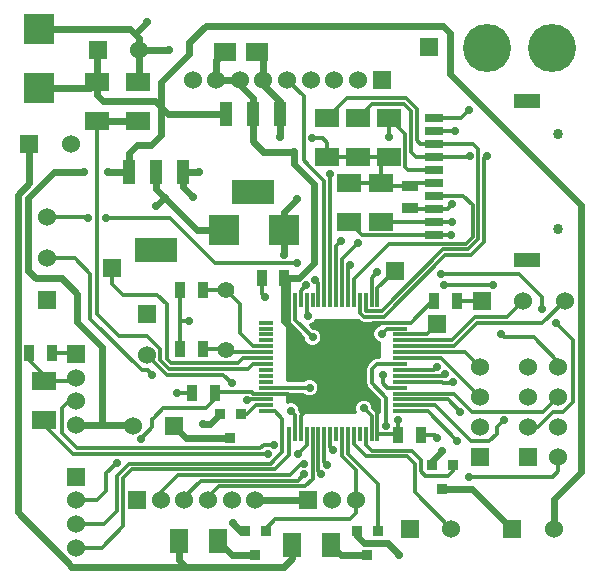
<source format=gtl>
G04 (created by PCBNEW (2013-may-18)-stable) date Пт 20 фев 2015 21:26:52*
%MOIN*%
G04 Gerber Fmt 3.4, Leading zero omitted, Abs format*
%FSLAX34Y34*%
G01*
G70*
G90*
G04 APERTURE LIST*
%ADD10C,0.00590551*%
%ADD11R,0.06X0.06*%
%ADD12C,0.06*%
%ADD13R,0.036X0.036*%
%ADD14R,0.144X0.08*%
%ADD15R,0.04X0.08*%
%ADD16R,0.08X0.06*%
%ADD17R,0.06X0.08*%
%ADD18R,0.035X0.055*%
%ADD19R,0.055X0.035*%
%ADD20R,0.062X0.026*%
%ADD21C,0.034*%
%ADD22R,0.086X0.046*%
%ADD23C,0.056*%
%ADD24R,0.0472X0.0118*%
%ADD25R,0.0118X0.0472*%
%ADD26R,0.1004X0.0984*%
%ADD27R,0.0984X0.1004*%
%ADD28R,0.0768X0.0591*%
%ADD29C,0.16*%
%ADD30C,0.0275591*%
%ADD31C,0.023622*%
%ADD32C,0.011811*%
G04 APERTURE END LIST*
G54D10*
G54D11*
X26299Y-30433D03*
G54D12*
X26299Y-29055D03*
X26299Y-27677D03*
G54D11*
X40787Y-30472D03*
G54D12*
X42165Y-30472D03*
X43543Y-30472D03*
G54D11*
X38377Y-38070D03*
G54D12*
X39755Y-38070D03*
G54D11*
X29606Y-30896D03*
G54D12*
X29606Y-32274D03*
G54D11*
X27983Y-22125D03*
G54D12*
X29361Y-22125D03*
G54D11*
X30520Y-34645D03*
G54D12*
X29142Y-34645D03*
G54D11*
X25700Y-25236D03*
G54D12*
X27077Y-25236D03*
G54D13*
X32051Y-34245D03*
X32751Y-34245D03*
X32401Y-35045D03*
X36618Y-38143D03*
X37318Y-38143D03*
X36968Y-38943D03*
X32878Y-38143D03*
X33578Y-38143D03*
X33228Y-38943D03*
G54D14*
X33149Y-26851D03*
G54D15*
X33149Y-24251D03*
X32249Y-24251D03*
X34049Y-24251D03*
G54D14*
X29921Y-28780D03*
G54D15*
X29921Y-26180D03*
X29021Y-26180D03*
X30821Y-26180D03*
G54D16*
X26181Y-34429D03*
X26181Y-33129D03*
X36358Y-26535D03*
X36358Y-27835D03*
X35629Y-25669D03*
X35629Y-24369D03*
X36653Y-25669D03*
X36653Y-24369D03*
X37696Y-25669D03*
X37696Y-24369D03*
X37421Y-26535D03*
X37421Y-27835D03*
X29330Y-24468D03*
X29330Y-23168D03*
G54D17*
X30688Y-38464D03*
X31988Y-38464D03*
X34468Y-38622D03*
X35768Y-38622D03*
G54D16*
X27952Y-23168D03*
X27952Y-24468D03*
G54D18*
X31477Y-32086D03*
X30727Y-32086D03*
X25687Y-32204D03*
X26437Y-32204D03*
X31477Y-30118D03*
X30727Y-30118D03*
X34193Y-29724D03*
X33443Y-29724D03*
X31871Y-33543D03*
X31121Y-33543D03*
X39191Y-30472D03*
X39941Y-30472D03*
G54D19*
X38385Y-26632D03*
X38385Y-27382D03*
G54D18*
X37991Y-34960D03*
X38741Y-34960D03*
G54D11*
X42334Y-35673D03*
G54D12*
X43334Y-35673D03*
X42334Y-34673D03*
X43334Y-34673D03*
X42334Y-33673D03*
X43334Y-33673D03*
X42334Y-32673D03*
X43334Y-32673D03*
G54D11*
X40708Y-35673D03*
G54D12*
X40708Y-34673D03*
X40708Y-33673D03*
X40708Y-32673D03*
G54D11*
X39291Y-31259D03*
X39015Y-22007D03*
X28464Y-29370D03*
X37874Y-29468D03*
X37440Y-23110D03*
G54D12*
X36653Y-23110D03*
X35866Y-23110D03*
X35078Y-23110D03*
X34291Y-23110D03*
X33503Y-23110D03*
X32716Y-23110D03*
X31929Y-23110D03*
X31141Y-23110D03*
G54D11*
X29291Y-37125D03*
G54D12*
X30078Y-37125D03*
X30866Y-37125D03*
X31653Y-37125D03*
X32440Y-37125D03*
X33228Y-37125D03*
G54D11*
X27244Y-32244D03*
G54D12*
X27244Y-33031D03*
X27244Y-33818D03*
X27244Y-34606D03*
G54D11*
X35000Y-37125D03*
G54D12*
X35787Y-37125D03*
X36574Y-37125D03*
G54D20*
X39192Y-24372D03*
X39192Y-25242D03*
X39192Y-25672D03*
X39192Y-26102D03*
X39192Y-26542D03*
X39192Y-26972D03*
X39192Y-27402D03*
X39192Y-27842D03*
X39192Y-28272D03*
X39192Y-24816D03*
G54D21*
X43332Y-28072D03*
X43332Y-24922D03*
G54D22*
X42292Y-23822D03*
X42292Y-29122D03*
G54D23*
X32244Y-32102D03*
X32244Y-30102D03*
G54D24*
X33582Y-31201D03*
X33582Y-31398D03*
X33582Y-31595D03*
X33582Y-31792D03*
X33582Y-31989D03*
X33582Y-32185D03*
X33582Y-32382D03*
X33582Y-32579D03*
X33582Y-32775D03*
X33582Y-32972D03*
X33582Y-33169D03*
X33582Y-33365D03*
X33582Y-33562D03*
X33582Y-33759D03*
X33582Y-33956D03*
X33582Y-34153D03*
G54D25*
X34350Y-34921D03*
X34547Y-34921D03*
X34744Y-34921D03*
X34941Y-34921D03*
X35138Y-34921D03*
X35334Y-34921D03*
X35531Y-34921D03*
X35728Y-34921D03*
X35924Y-34921D03*
X36121Y-34921D03*
X36318Y-34921D03*
X36514Y-34921D03*
X36711Y-34921D03*
X36908Y-34921D03*
X37105Y-34921D03*
X37302Y-34921D03*
G54D24*
X38070Y-34153D03*
X38070Y-33956D03*
X38070Y-33759D03*
X38070Y-33562D03*
X38070Y-33365D03*
X38070Y-33169D03*
X38070Y-32972D03*
X38070Y-32775D03*
X38070Y-32579D03*
X38070Y-32382D03*
X38070Y-32185D03*
X38070Y-31989D03*
X38070Y-31792D03*
X38070Y-31595D03*
X38070Y-31398D03*
X38070Y-31201D03*
G54D25*
X37302Y-30433D03*
X37105Y-30433D03*
X36908Y-30433D03*
X36711Y-30433D03*
X36514Y-30433D03*
X36318Y-30433D03*
X36121Y-30433D03*
X35924Y-30433D03*
X35728Y-30433D03*
X35531Y-30433D03*
X35334Y-30433D03*
X35138Y-30433D03*
X34941Y-30433D03*
X34744Y-30433D03*
X34547Y-30433D03*
X34350Y-30433D03*
G54D26*
X32194Y-28110D03*
X34182Y-28110D03*
G54D27*
X26023Y-23395D03*
X26023Y-21407D03*
G54D28*
X32214Y-22165D03*
X33296Y-22165D03*
G54D11*
X41802Y-38070D03*
G54D12*
X43180Y-38070D03*
G54D13*
X39118Y-35938D03*
X39818Y-35938D03*
X39468Y-36738D03*
G54D11*
X27244Y-36338D03*
G54D12*
X27244Y-37125D03*
X27244Y-37913D03*
X27244Y-38700D03*
G54D29*
X43110Y-22047D03*
X40944Y-22047D03*
G54D30*
X29409Y-35078D03*
X28622Y-35866D03*
X40354Y-36338D03*
X37992Y-34448D03*
X35118Y-25039D03*
X34527Y-25511D03*
X29921Y-27322D03*
X27519Y-26181D03*
X28307Y-26181D03*
X32480Y-37893D03*
X40354Y-24114D03*
X35039Y-33366D03*
X35137Y-31692D03*
X31496Y-34566D03*
X30629Y-33543D03*
X29606Y-21181D03*
X30354Y-22125D03*
X38031Y-38937D03*
X39448Y-35472D03*
X34173Y-28937D03*
X34606Y-27086D03*
X31338Y-26181D03*
X31141Y-27007D03*
X34055Y-25000D03*
X33543Y-30354D03*
X31023Y-31141D03*
X39803Y-27244D03*
X39291Y-35039D03*
X34409Y-34133D03*
X36850Y-34055D03*
X37440Y-31574D03*
X39409Y-29566D03*
X35236Y-29763D03*
X42795Y-30748D03*
X43267Y-31220D03*
X37283Y-29527D03*
X36102Y-28464D03*
X35708Y-26259D03*
X32440Y-33228D03*
X32952Y-33779D03*
X39881Y-24812D03*
X39822Y-33179D03*
X40374Y-25629D03*
X40944Y-25629D03*
X37480Y-32952D03*
X29803Y-32952D03*
X33661Y-35590D03*
X34645Y-35590D03*
X33858Y-35275D03*
X35826Y-35433D03*
X35629Y-35944D03*
X34842Y-35905D03*
X35433Y-36259D03*
X34842Y-36259D03*
X34921Y-29960D03*
X34606Y-29212D03*
X27637Y-27716D03*
X28267Y-27716D03*
X36653Y-28543D03*
X39763Y-28267D03*
X39301Y-32667D03*
X39960Y-35137D03*
X39773Y-27844D03*
X39566Y-32923D03*
X37696Y-25000D03*
X36397Y-29291D03*
X37598Y-34645D03*
X40059Y-34173D03*
X41515Y-34448D03*
X39527Y-29960D03*
X35000Y-30984D03*
X41141Y-29960D03*
X41417Y-31574D03*
G54D31*
X34193Y-29724D02*
X34193Y-31142D01*
X34193Y-31142D02*
X34645Y-31594D01*
G54D32*
X29409Y-35078D02*
X29803Y-34685D01*
X31871Y-33543D02*
X31871Y-33758D01*
X31574Y-34055D02*
X31871Y-33758D01*
X30157Y-34055D02*
X31574Y-34055D01*
X29842Y-34370D02*
X30157Y-34055D01*
X29803Y-34409D02*
X29842Y-34370D01*
X29803Y-34685D02*
X29803Y-34409D01*
X27244Y-37125D02*
X27952Y-37125D01*
X27952Y-37125D02*
X28267Y-36811D01*
X28267Y-36811D02*
X28267Y-36220D01*
X28267Y-36220D02*
X28622Y-35866D01*
X33582Y-33562D02*
X33168Y-33562D01*
X33168Y-33562D02*
X33110Y-33503D01*
X33110Y-33503D02*
X31910Y-33503D01*
X31910Y-33503D02*
X31871Y-33543D01*
X37991Y-34960D02*
X37991Y-34449D01*
X43334Y-36153D02*
X43334Y-35673D01*
X43149Y-36338D02*
X43334Y-36153D01*
X40354Y-36338D02*
X43149Y-36338D01*
X37991Y-34449D02*
X37992Y-34448D01*
G54D31*
X32716Y-23110D02*
X32716Y-23267D01*
X33149Y-23700D02*
X33149Y-24251D01*
X32716Y-23267D02*
X33149Y-23700D01*
X34193Y-29724D02*
X34685Y-29724D01*
X34527Y-25905D02*
X34527Y-25511D01*
X35196Y-26574D02*
X34527Y-25905D01*
X35196Y-29212D02*
X35196Y-26574D01*
X34685Y-29724D02*
X35196Y-29212D01*
X33149Y-24251D02*
X33149Y-25157D01*
X33503Y-25511D02*
X34527Y-25511D01*
X33149Y-25157D02*
X33503Y-25511D01*
G54D32*
X35629Y-25196D02*
X35472Y-25039D01*
X35472Y-25039D02*
X35118Y-25039D01*
X35629Y-25196D02*
X35629Y-25669D01*
G54D31*
X31929Y-23110D02*
X32716Y-23110D01*
X31929Y-23110D02*
X31929Y-22451D01*
X31929Y-22451D02*
X32214Y-22165D01*
G54D32*
X34350Y-30433D02*
X34350Y-29881D01*
X34350Y-29881D02*
X34193Y-29724D01*
X37184Y-31201D02*
X36968Y-31417D01*
X36653Y-25669D02*
X35629Y-25669D01*
X37421Y-26535D02*
X37421Y-25945D01*
X37421Y-25945D02*
X37696Y-25669D01*
X36653Y-25669D02*
X37696Y-25669D01*
X37421Y-26535D02*
X36358Y-26535D01*
X38385Y-26632D02*
X37519Y-26632D01*
X37519Y-26632D02*
X37421Y-26535D01*
X39192Y-26542D02*
X38476Y-26542D01*
X38476Y-26542D02*
X38385Y-26632D01*
X37302Y-34921D02*
X37951Y-34921D01*
X37951Y-34921D02*
X37991Y-34960D01*
X38070Y-31201D02*
X38405Y-31201D01*
X39133Y-30472D02*
X39191Y-30472D01*
X38405Y-31201D02*
X39133Y-30472D01*
X34744Y-34921D02*
X34744Y-34310D01*
X34744Y-34310D02*
X34921Y-34133D01*
X38070Y-31201D02*
X37184Y-31201D01*
X37184Y-31201D02*
X37165Y-31220D01*
X37302Y-34921D02*
X37302Y-33916D01*
X37302Y-33916D02*
X37283Y-33897D01*
X33582Y-33562D02*
X34310Y-33562D01*
X34310Y-33562D02*
X34409Y-33661D01*
X34350Y-30433D02*
X34350Y-31319D01*
X34350Y-31319D02*
X34448Y-31417D01*
G54D31*
X33228Y-37125D02*
X35000Y-37125D01*
X30196Y-27047D02*
X30196Y-27007D01*
X29921Y-27322D02*
X30216Y-27027D01*
X30216Y-27027D02*
X30196Y-27047D01*
X29921Y-26180D02*
X29921Y-26732D01*
X31299Y-28110D02*
X32194Y-28110D01*
X30196Y-27007D02*
X31299Y-28110D01*
X29921Y-26732D02*
X30196Y-27007D01*
X43180Y-38070D02*
X43180Y-37095D01*
X39960Y-23149D02*
X39724Y-22913D01*
X39724Y-22913D02*
X39724Y-21535D01*
X39724Y-21535D02*
X39488Y-21299D01*
X39488Y-21299D02*
X31574Y-21299D01*
X31574Y-21299D02*
X31023Y-21850D01*
X31023Y-21850D02*
X31023Y-22244D01*
X31023Y-22244D02*
X30078Y-23188D01*
X30078Y-23188D02*
X30078Y-24015D01*
X40944Y-24133D02*
X39960Y-23149D01*
X44094Y-27283D02*
X40944Y-24133D01*
X44094Y-36181D02*
X44094Y-27283D01*
X43180Y-37095D02*
X44094Y-36181D01*
X29021Y-26180D02*
X28307Y-26180D01*
X28110Y-32007D02*
X28110Y-34606D01*
X27283Y-31181D02*
X28110Y-32007D01*
X27283Y-30236D02*
X27283Y-31181D01*
X26771Y-29724D02*
X27283Y-30236D01*
X25905Y-29724D02*
X26771Y-29724D01*
X25669Y-29488D02*
X25905Y-29724D01*
X25669Y-27047D02*
X25669Y-29488D01*
X26535Y-26181D02*
X25669Y-27047D01*
X27519Y-26181D02*
X26535Y-26181D01*
X28307Y-26180D02*
X28307Y-26181D01*
X27244Y-34606D02*
X28110Y-34606D01*
X28110Y-34606D02*
X29103Y-34606D01*
X29103Y-34606D02*
X29142Y-34645D01*
X32249Y-24251D02*
X30314Y-24251D01*
X30314Y-24251D02*
X30078Y-24015D01*
X27952Y-23168D02*
X27952Y-23622D01*
X29021Y-25545D02*
X29021Y-26180D01*
X29291Y-25275D02*
X29021Y-25545D01*
X29763Y-25275D02*
X29291Y-25275D01*
X30078Y-24960D02*
X29763Y-25275D01*
X30078Y-24015D02*
X30078Y-24960D01*
X29881Y-23818D02*
X30078Y-24015D01*
X28149Y-23818D02*
X29881Y-23818D01*
X27952Y-23622D02*
X28149Y-23818D01*
X26023Y-23395D02*
X27726Y-23395D01*
X27726Y-23395D02*
X27952Y-23168D01*
X27952Y-23168D02*
X27952Y-22156D01*
X27952Y-22156D02*
X27983Y-22125D01*
X32878Y-38143D02*
X32729Y-38143D01*
X32729Y-38143D02*
X32480Y-37893D01*
G54D32*
X39192Y-24372D02*
X40096Y-24372D01*
X40096Y-24372D02*
X40354Y-24114D01*
X33582Y-33365D02*
X35038Y-33365D01*
X35038Y-33365D02*
X35039Y-33366D01*
X34547Y-30433D02*
X34547Y-31102D01*
X34547Y-31102D02*
X35137Y-31692D01*
G54D31*
X32051Y-34245D02*
X32051Y-34247D01*
X31732Y-34566D02*
X31496Y-34566D01*
X32051Y-34247D02*
X31732Y-34566D01*
G54D32*
X31121Y-33543D02*
X30629Y-33543D01*
G54D31*
X29212Y-21574D02*
X29606Y-21181D01*
X29361Y-22125D02*
X30354Y-22125D01*
X36618Y-38143D02*
X36618Y-38311D01*
X37637Y-38543D02*
X38031Y-38937D01*
X36850Y-38543D02*
X37637Y-38543D01*
X36618Y-38311D02*
X36850Y-38543D01*
X39118Y-35938D02*
X39118Y-35802D01*
X39118Y-35802D02*
X39448Y-35472D01*
X34182Y-28110D02*
X34182Y-28927D01*
X34182Y-28927D02*
X34173Y-28937D01*
X34182Y-28110D02*
X34182Y-27509D01*
X34182Y-27509D02*
X34606Y-27086D01*
X30821Y-26180D02*
X31337Y-26180D01*
X31337Y-26180D02*
X31338Y-26181D01*
X30821Y-26180D02*
X30821Y-26687D01*
X30821Y-26687D02*
X31141Y-27007D01*
X29361Y-22125D02*
X29361Y-23138D01*
X29361Y-23138D02*
X29330Y-23168D01*
X26023Y-21407D02*
X29045Y-21407D01*
X29361Y-21723D02*
X29361Y-22125D01*
X29045Y-21407D02*
X29212Y-21574D01*
X29212Y-21574D02*
X29361Y-21723D01*
X34049Y-24251D02*
X34049Y-24994D01*
X34049Y-24994D02*
X34055Y-25000D01*
X33503Y-23110D02*
X33503Y-23267D01*
X34049Y-23813D02*
X34049Y-24251D01*
X33503Y-23267D02*
X34049Y-23813D01*
X33503Y-23110D02*
X33503Y-22372D01*
X33503Y-22372D02*
X33296Y-22165D01*
G54D32*
X33443Y-29724D02*
X33443Y-30254D01*
X33443Y-30254D02*
X33543Y-30354D01*
X26437Y-32204D02*
X27204Y-32204D01*
X27204Y-32204D02*
X27244Y-32244D01*
X30727Y-31141D02*
X31023Y-31141D01*
X39192Y-27402D02*
X39645Y-27402D01*
X39645Y-27402D02*
X39803Y-27244D01*
X30727Y-30118D02*
X30727Y-31141D01*
X30727Y-31141D02*
X30727Y-32086D01*
X39192Y-27402D02*
X38405Y-27402D01*
X38405Y-27402D02*
X38385Y-27382D01*
X38741Y-34960D02*
X39212Y-34960D01*
X39212Y-34960D02*
X39291Y-35039D01*
X39941Y-30472D02*
X40787Y-30472D01*
X34547Y-34921D02*
X34547Y-34272D01*
X34547Y-34272D02*
X34409Y-34133D01*
X37105Y-34921D02*
X37105Y-34310D01*
X37105Y-34310D02*
X36850Y-34055D01*
X38070Y-31398D02*
X37617Y-31398D01*
X37617Y-31398D02*
X37440Y-31574D01*
G54D31*
X33228Y-38943D02*
X32467Y-38943D01*
X32467Y-38943D02*
X31988Y-38464D01*
G54D32*
X43818Y-33858D02*
X43818Y-31771D01*
X42649Y-34673D02*
X43149Y-34173D01*
X43149Y-34173D02*
X43503Y-34173D01*
X43503Y-34173D02*
X43818Y-33858D01*
X35236Y-29763D02*
X35334Y-29862D01*
X35334Y-30433D02*
X35334Y-29862D01*
X42649Y-34673D02*
X42334Y-34673D01*
X42007Y-29566D02*
X39409Y-29566D01*
X42795Y-30354D02*
X42007Y-29566D01*
X42795Y-30748D02*
X42795Y-30354D01*
X43818Y-31771D02*
X43267Y-31220D01*
X33582Y-33956D02*
X33248Y-33956D01*
X32959Y-34245D02*
X32751Y-34245D01*
X33248Y-33956D02*
X32959Y-34245D01*
X38070Y-31989D02*
X39852Y-31989D01*
X42795Y-31220D02*
X43543Y-30472D01*
X40621Y-31220D02*
X42795Y-31220D01*
X39852Y-31989D02*
X40621Y-31220D01*
X38070Y-31792D02*
X39782Y-31792D01*
X41614Y-31023D02*
X42165Y-30472D01*
X40551Y-31023D02*
X41614Y-31023D01*
X39782Y-31792D02*
X40551Y-31023D01*
X36514Y-30433D02*
X36514Y-29735D01*
X40161Y-26972D02*
X39192Y-26972D01*
X40480Y-27291D02*
X40161Y-26972D01*
X40480Y-28346D02*
X40480Y-27291D01*
X40256Y-28570D02*
X40480Y-28346D01*
X37679Y-28570D02*
X40256Y-28570D01*
X36514Y-29735D02*
X37679Y-28570D01*
X33582Y-32185D02*
X32326Y-32185D01*
X32326Y-32185D02*
X32244Y-32102D01*
X31477Y-32086D02*
X32228Y-32086D01*
X32228Y-32086D02*
X32244Y-32102D01*
X32244Y-30102D02*
X31493Y-30102D01*
X31493Y-30102D02*
X31477Y-30118D01*
X33582Y-31989D02*
X33170Y-31989D01*
X32716Y-30574D02*
X32244Y-30102D01*
X32716Y-31535D02*
X32716Y-30574D01*
X33170Y-31989D02*
X32716Y-31535D01*
X37105Y-29705D02*
X37283Y-29527D01*
X37105Y-30433D02*
X37105Y-29705D01*
X27244Y-38700D02*
X28110Y-38700D01*
X28110Y-38700D02*
X28818Y-37992D01*
X28818Y-37992D02*
X28818Y-36377D01*
X28818Y-36377D02*
X29110Y-36086D01*
X29110Y-36086D02*
X33874Y-36086D01*
X33874Y-36086D02*
X34350Y-35609D01*
X34350Y-35609D02*
X34350Y-34921D01*
G54D31*
X36968Y-38943D02*
X36089Y-38943D01*
X36089Y-38943D02*
X35768Y-38622D01*
G54D32*
X35924Y-30433D02*
X35924Y-28642D01*
X35924Y-28642D02*
X36102Y-28464D01*
X35728Y-30433D02*
X35728Y-26279D01*
X35728Y-26279D02*
X35708Y-26259D01*
X35000Y-25944D02*
X34842Y-25787D01*
X35531Y-26476D02*
X35000Y-25944D01*
X35531Y-30433D02*
X35531Y-26476D01*
X34842Y-23661D02*
X34291Y-23110D01*
X34842Y-25787D02*
X34842Y-23661D01*
X30275Y-31811D02*
X30275Y-30590D01*
X32814Y-32382D02*
X32637Y-32559D01*
X32637Y-32559D02*
X30433Y-32559D01*
X30433Y-32559D02*
X30275Y-32401D01*
X30275Y-32401D02*
X30275Y-31811D01*
X33582Y-32382D02*
X32814Y-32382D01*
X28464Y-29921D02*
X28464Y-29370D01*
X28818Y-30275D02*
X28464Y-29921D01*
X29960Y-30275D02*
X28818Y-30275D01*
X30275Y-30590D02*
X29960Y-30275D01*
X38070Y-31595D02*
X38956Y-31595D01*
X38956Y-31595D02*
X39291Y-31259D01*
X37302Y-30433D02*
X37302Y-30039D01*
X37302Y-30039D02*
X37874Y-29468D01*
X38070Y-32382D02*
X39417Y-32382D01*
X39417Y-32382D02*
X40708Y-33673D01*
X38070Y-32185D02*
X40220Y-32185D01*
X40220Y-32185D02*
X40708Y-32673D01*
X27244Y-37913D02*
X28196Y-37913D01*
X34133Y-35511D02*
X34133Y-34409D01*
X34133Y-34409D02*
X33877Y-34153D01*
X33877Y-34153D02*
X33582Y-34153D01*
X33748Y-35897D02*
X33858Y-35787D01*
X29031Y-35897D02*
X33748Y-35897D01*
X28622Y-36307D02*
X29031Y-35897D01*
X28622Y-37488D02*
X28622Y-36307D01*
X28196Y-37913D02*
X28622Y-37488D01*
X33858Y-35787D02*
X34133Y-35511D01*
X36514Y-34921D02*
X36514Y-35254D01*
X38543Y-36859D02*
X39755Y-38070D01*
X38543Y-35905D02*
X38543Y-36859D01*
X38299Y-35661D02*
X38543Y-35905D01*
X36921Y-35661D02*
X38299Y-35661D01*
X36514Y-35254D02*
X36921Y-35661D01*
X33578Y-38143D02*
X33578Y-38075D01*
X36574Y-37559D02*
X36574Y-37125D01*
X36377Y-37755D02*
X36574Y-37559D01*
X33897Y-37755D02*
X36377Y-37755D01*
X33578Y-38075D02*
X33897Y-37755D01*
X36121Y-34921D02*
X36121Y-35649D01*
X36574Y-36102D02*
X36574Y-37125D01*
X36121Y-35649D02*
X36574Y-36102D01*
X33582Y-33759D02*
X32973Y-33759D01*
X30284Y-32952D02*
X29606Y-32274D01*
X32165Y-32952D02*
X30284Y-32952D01*
X32440Y-33228D02*
X32165Y-32952D01*
X32973Y-33759D02*
X32952Y-33779D01*
X38070Y-33169D02*
X39448Y-33169D01*
X39878Y-24816D02*
X39192Y-24816D01*
X39881Y-24812D02*
X39878Y-24816D01*
X39803Y-33198D02*
X39822Y-33179D01*
X39478Y-33198D02*
X39803Y-33198D01*
X39448Y-33169D02*
X39478Y-33198D01*
X39192Y-25672D02*
X38585Y-25672D01*
X37105Y-23917D02*
X36653Y-24369D01*
X38188Y-23917D02*
X37105Y-23917D01*
X38417Y-24145D02*
X38188Y-23917D01*
X38417Y-25503D02*
X38417Y-24145D01*
X38585Y-25672D02*
X38417Y-25503D01*
X36711Y-30433D02*
X36711Y-30865D01*
X40331Y-25672D02*
X39192Y-25672D01*
X40374Y-25629D02*
X40331Y-25672D01*
X40858Y-25716D02*
X40944Y-25629D01*
X40858Y-28503D02*
X40858Y-25716D01*
X40405Y-28956D02*
X40858Y-28503D01*
X39558Y-28956D02*
X40405Y-28956D01*
X37511Y-31003D02*
X39558Y-28956D01*
X36850Y-31003D02*
X37511Y-31003D01*
X36711Y-30865D02*
X36850Y-31003D01*
X39192Y-25242D02*
X38720Y-25242D01*
X36271Y-23728D02*
X35629Y-24369D01*
X38267Y-23728D02*
X36271Y-23728D01*
X38606Y-24067D02*
X38267Y-23728D01*
X38606Y-25127D02*
X38606Y-24067D01*
X38720Y-25242D02*
X38606Y-25127D01*
X36908Y-30433D02*
X36908Y-30786D01*
X40497Y-25242D02*
X39192Y-25242D01*
X40669Y-25413D02*
X40497Y-25242D01*
X40669Y-28425D02*
X40669Y-25413D01*
X40334Y-28759D02*
X40669Y-28425D01*
X39488Y-28759D02*
X40334Y-28759D01*
X37440Y-30807D02*
X39488Y-28759D01*
X36929Y-30807D02*
X37440Y-30807D01*
X36908Y-30786D02*
X36929Y-30807D01*
X37617Y-33365D02*
X37480Y-33228D01*
X37480Y-33228D02*
X37480Y-32952D01*
X29803Y-32952D02*
X29645Y-32795D01*
X29645Y-32795D02*
X29448Y-32795D01*
X29448Y-32795D02*
X27716Y-31062D01*
X27716Y-31062D02*
X27716Y-29566D01*
X27716Y-29566D02*
X27204Y-29055D01*
X26299Y-29055D02*
X27204Y-29055D01*
X37617Y-33365D02*
X38070Y-33365D01*
X34941Y-34921D02*
X34941Y-35294D01*
X26181Y-34606D02*
X26181Y-34429D01*
X27165Y-35590D02*
X26181Y-34606D01*
X27795Y-35590D02*
X27165Y-35590D01*
X31062Y-35590D02*
X27795Y-35590D01*
X33661Y-35590D02*
X31062Y-35590D01*
X34941Y-35294D02*
X34645Y-35590D01*
G54D31*
X25700Y-25984D02*
X25700Y-26544D01*
X25314Y-37519D02*
X27125Y-39330D01*
X25314Y-26929D02*
X25314Y-37519D01*
X25700Y-26544D02*
X25314Y-26929D01*
X25700Y-25236D02*
X25700Y-25984D01*
X25700Y-25984D02*
X25700Y-25992D01*
X27086Y-39330D02*
X27125Y-39330D01*
X27125Y-39330D02*
X30905Y-39330D01*
X30688Y-38464D02*
X30688Y-39113D01*
X34468Y-39035D02*
X34468Y-38622D01*
X34173Y-39330D02*
X34468Y-39035D01*
X30905Y-39330D02*
X34173Y-39330D01*
X30688Y-39113D02*
X30905Y-39330D01*
X39468Y-36738D02*
X40470Y-36738D01*
X40470Y-36738D02*
X41802Y-38070D01*
G54D32*
X36318Y-34921D02*
X36318Y-35570D01*
X37318Y-36570D02*
X37318Y-38143D01*
X36318Y-35570D02*
X37318Y-36570D01*
X36908Y-34921D02*
X36908Y-35274D01*
X39818Y-36146D02*
X39818Y-35938D01*
X39645Y-36318D02*
X39818Y-36146D01*
X38897Y-36318D02*
X39645Y-36318D01*
X38740Y-36161D02*
X38897Y-36318D01*
X38740Y-35767D02*
X38740Y-36161D01*
X38444Y-35472D02*
X38740Y-35767D01*
X37106Y-35472D02*
X38444Y-35472D01*
X36908Y-35274D02*
X37106Y-35472D01*
X26181Y-33129D02*
X27146Y-33129D01*
X27146Y-33129D02*
X27244Y-33031D01*
X26181Y-33129D02*
X26181Y-32952D01*
X25687Y-32459D02*
X25687Y-32204D01*
X26181Y-32952D02*
X25687Y-32459D01*
X30078Y-35393D02*
X27283Y-35393D01*
X33511Y-35275D02*
X33393Y-35393D01*
X33393Y-35393D02*
X30078Y-35393D01*
X35728Y-34921D02*
X35728Y-35335D01*
X35728Y-35335D02*
X35826Y-35433D01*
X33858Y-35275D02*
X33511Y-35275D01*
X27007Y-33818D02*
X27244Y-33818D01*
X26771Y-34055D02*
X27007Y-33818D01*
X26771Y-34881D02*
X26771Y-34055D01*
X27283Y-35393D02*
X26771Y-34881D01*
X30078Y-37125D02*
X30078Y-36850D01*
X35523Y-34921D02*
X35531Y-34921D01*
X35523Y-35838D02*
X35523Y-34921D01*
X35629Y-35944D02*
X35523Y-35838D01*
X34763Y-35905D02*
X34842Y-35905D01*
X34393Y-36275D02*
X34763Y-35905D01*
X30653Y-36275D02*
X34393Y-36275D01*
X30078Y-36850D02*
X30653Y-36275D01*
X30866Y-37125D02*
X30866Y-37007D01*
X35334Y-36161D02*
X35334Y-34921D01*
X35433Y-36259D02*
X35334Y-36161D01*
X34637Y-36464D02*
X34842Y-36259D01*
X31409Y-36464D02*
X34637Y-36464D01*
X30866Y-37007D02*
X31409Y-36464D01*
X31653Y-37125D02*
X31653Y-37007D01*
X35138Y-36396D02*
X35138Y-34921D01*
X34881Y-36653D02*
X35138Y-36396D01*
X32007Y-36653D02*
X34881Y-36653D01*
X31653Y-37007D02*
X32007Y-36653D01*
G54D31*
X32401Y-35045D02*
X30920Y-35045D01*
X30920Y-35045D02*
X30520Y-34645D01*
G54D32*
X34606Y-29212D02*
X31889Y-29212D01*
X34744Y-30137D02*
X34921Y-29960D01*
X34744Y-30433D02*
X34744Y-30137D01*
X27598Y-27677D02*
X26299Y-27677D01*
X27637Y-27716D02*
X27598Y-27677D01*
X30393Y-27716D02*
X28267Y-27716D01*
X31889Y-29212D02*
X30393Y-27716D01*
X36121Y-30433D02*
X36121Y-29075D01*
X36121Y-29075D02*
X36653Y-28543D01*
X38070Y-32775D02*
X39193Y-32775D01*
X39759Y-28272D02*
X39192Y-28272D01*
X39763Y-28267D02*
X39759Y-28272D01*
X39193Y-32775D02*
X39301Y-32667D01*
X39192Y-28272D02*
X36795Y-28272D01*
X36795Y-28272D02*
X36358Y-27835D01*
X38070Y-34153D02*
X38976Y-34153D01*
X38976Y-34153D02*
X39960Y-35137D01*
X38070Y-32972D02*
X39517Y-32972D01*
X39771Y-27842D02*
X39192Y-27842D01*
X39773Y-27844D02*
X39771Y-27842D01*
X39517Y-32972D02*
X39566Y-32923D01*
X37421Y-27835D02*
X39185Y-27835D01*
X39185Y-27835D02*
X39192Y-27842D01*
X36318Y-30433D02*
X36318Y-29370D01*
X37696Y-25000D02*
X37696Y-24369D01*
X36318Y-29370D02*
X36397Y-29291D01*
X39192Y-26102D02*
X38326Y-26102D01*
X38228Y-24901D02*
X37696Y-24369D01*
X38228Y-26003D02*
X38228Y-24901D01*
X38326Y-26102D02*
X38228Y-26003D01*
X38070Y-32579D02*
X37302Y-32579D01*
X37598Y-33700D02*
X37598Y-34645D01*
X37125Y-33228D02*
X37598Y-33700D01*
X37125Y-32755D02*
X37125Y-33228D01*
X37302Y-32579D02*
X37125Y-32755D01*
X29606Y-31653D02*
X28700Y-31653D01*
X33168Y-32579D02*
X32992Y-32755D01*
X32992Y-32755D02*
X30354Y-32755D01*
X30354Y-32755D02*
X30039Y-32440D01*
X30039Y-32440D02*
X30039Y-32086D01*
X30039Y-32086D02*
X29606Y-31653D01*
X33582Y-32579D02*
X33168Y-32579D01*
X27952Y-30905D02*
X27952Y-24468D01*
X28700Y-31653D02*
X27952Y-30905D01*
G54D31*
X27952Y-24468D02*
X29330Y-24468D01*
G54D32*
X38070Y-33562D02*
X39841Y-33562D01*
X42834Y-34173D02*
X43334Y-33673D01*
X40452Y-34173D02*
X42834Y-34173D01*
X39841Y-33562D02*
X40452Y-34173D01*
X38070Y-33759D02*
X39644Y-33759D01*
X39644Y-33759D02*
X40059Y-34173D01*
X38070Y-33956D02*
X39212Y-33956D01*
X41279Y-34685D02*
X41515Y-34448D01*
X41279Y-34901D02*
X41279Y-34685D01*
X41023Y-35157D02*
X41279Y-34901D01*
X40413Y-35157D02*
X41023Y-35157D01*
X39212Y-33956D02*
X40413Y-35157D01*
X43334Y-32673D02*
X43334Y-32507D01*
X35000Y-30984D02*
X34941Y-30926D01*
X34941Y-30926D02*
X34941Y-30433D01*
X41141Y-29960D02*
X39527Y-29960D01*
X41535Y-31692D02*
X41417Y-31574D01*
X42519Y-31692D02*
X41535Y-31692D01*
X43334Y-32507D02*
X42519Y-31692D01*
G54D10*
G36*
X37342Y-34192D02*
X37305Y-34192D01*
X37272Y-34143D01*
X37272Y-34143D01*
X37165Y-34036D01*
X37165Y-33992D01*
X37117Y-33876D01*
X37029Y-33788D01*
X36913Y-33740D01*
X36788Y-33740D01*
X36672Y-33787D01*
X36583Y-33876D01*
X36535Y-33992D01*
X36535Y-34117D01*
X36566Y-34192D01*
X34768Y-34192D01*
X34766Y-34181D01*
X34766Y-34181D01*
X34749Y-34156D01*
X34724Y-34119D01*
X34724Y-34119D01*
X34724Y-34071D01*
X34676Y-33955D01*
X34588Y-33867D01*
X34472Y-33818D01*
X34347Y-33818D01*
X34311Y-33833D01*
X34311Y-33601D01*
X34829Y-33601D01*
X34860Y-33632D01*
X34976Y-33681D01*
X35101Y-33681D01*
X35217Y-33633D01*
X35306Y-33544D01*
X35354Y-33429D01*
X35354Y-33303D01*
X35306Y-33187D01*
X35218Y-33099D01*
X35102Y-33051D01*
X34976Y-33051D01*
X34861Y-33098D01*
X34831Y-33128D01*
X34311Y-33128D01*
X34311Y-31161D01*
X34323Y-31161D01*
X34329Y-31193D01*
X34380Y-31269D01*
X34822Y-31712D01*
X34822Y-31755D01*
X34870Y-31871D01*
X34959Y-31959D01*
X35074Y-32007D01*
X35200Y-32007D01*
X35315Y-31960D01*
X35404Y-31871D01*
X35452Y-31755D01*
X35452Y-31630D01*
X35404Y-31514D01*
X35316Y-31426D01*
X35200Y-31378D01*
X35156Y-31377D01*
X35073Y-31294D01*
X35178Y-31251D01*
X35266Y-31162D01*
X35267Y-31161D01*
X36673Y-31161D01*
X36683Y-31170D01*
X36759Y-31222D01*
X36759Y-31222D01*
X36850Y-31240D01*
X37342Y-31240D01*
X37342Y-31274D01*
X37262Y-31307D01*
X37174Y-31396D01*
X37126Y-31511D01*
X37125Y-31637D01*
X37173Y-31752D01*
X37262Y-31841D01*
X37342Y-31874D01*
X37342Y-32342D01*
X37302Y-32342D01*
X37212Y-32360D01*
X37186Y-32377D01*
X37135Y-32412D01*
X36958Y-32588D01*
X36907Y-32665D01*
X36889Y-32755D01*
X36889Y-33228D01*
X36907Y-33318D01*
X36958Y-33395D01*
X37342Y-33778D01*
X37342Y-34192D01*
X37342Y-34192D01*
G37*
G54D32*
X37342Y-34192D02*
X37305Y-34192D01*
X37272Y-34143D01*
X37272Y-34143D01*
X37165Y-34036D01*
X37165Y-33992D01*
X37117Y-33876D01*
X37029Y-33788D01*
X36913Y-33740D01*
X36788Y-33740D01*
X36672Y-33787D01*
X36583Y-33876D01*
X36535Y-33992D01*
X36535Y-34117D01*
X36566Y-34192D01*
X34768Y-34192D01*
X34766Y-34181D01*
X34766Y-34181D01*
X34749Y-34156D01*
X34724Y-34119D01*
X34724Y-34119D01*
X34724Y-34071D01*
X34676Y-33955D01*
X34588Y-33867D01*
X34472Y-33818D01*
X34347Y-33818D01*
X34311Y-33833D01*
X34311Y-33601D01*
X34829Y-33601D01*
X34860Y-33632D01*
X34976Y-33681D01*
X35101Y-33681D01*
X35217Y-33633D01*
X35306Y-33544D01*
X35354Y-33429D01*
X35354Y-33303D01*
X35306Y-33187D01*
X35218Y-33099D01*
X35102Y-33051D01*
X34976Y-33051D01*
X34861Y-33098D01*
X34831Y-33128D01*
X34311Y-33128D01*
X34311Y-31161D01*
X34323Y-31161D01*
X34329Y-31193D01*
X34380Y-31269D01*
X34822Y-31712D01*
X34822Y-31755D01*
X34870Y-31871D01*
X34959Y-31959D01*
X35074Y-32007D01*
X35200Y-32007D01*
X35315Y-31960D01*
X35404Y-31871D01*
X35452Y-31755D01*
X35452Y-31630D01*
X35404Y-31514D01*
X35316Y-31426D01*
X35200Y-31378D01*
X35156Y-31377D01*
X35073Y-31294D01*
X35178Y-31251D01*
X35266Y-31162D01*
X35267Y-31161D01*
X36673Y-31161D01*
X36683Y-31170D01*
X36759Y-31222D01*
X36759Y-31222D01*
X36850Y-31240D01*
X37342Y-31240D01*
X37342Y-31274D01*
X37262Y-31307D01*
X37174Y-31396D01*
X37126Y-31511D01*
X37125Y-31637D01*
X37173Y-31752D01*
X37262Y-31841D01*
X37342Y-31874D01*
X37342Y-32342D01*
X37302Y-32342D01*
X37212Y-32360D01*
X37186Y-32377D01*
X37135Y-32412D01*
X36958Y-32588D01*
X36907Y-32665D01*
X36889Y-32755D01*
X36889Y-33228D01*
X36907Y-33318D01*
X36958Y-33395D01*
X37342Y-33778D01*
X37342Y-34192D01*
M02*

</source>
